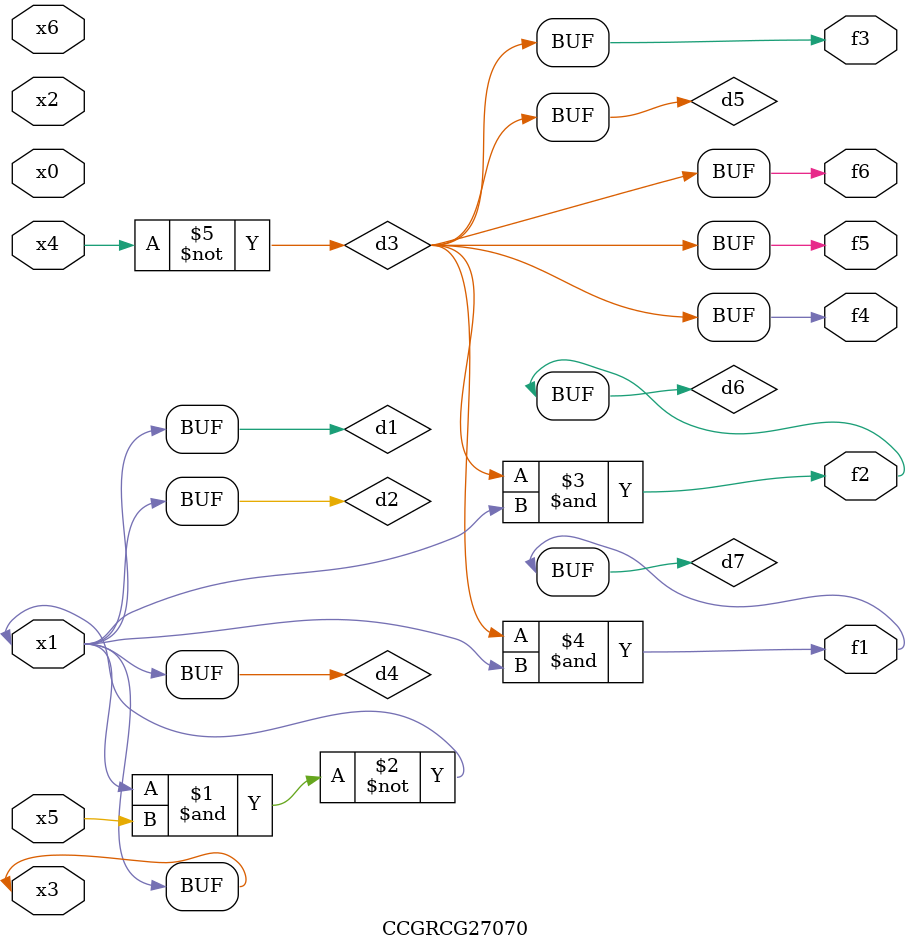
<source format=v>
module CCGRCG27070(
	input x0, x1, x2, x3, x4, x5, x6,
	output f1, f2, f3, f4, f5, f6
);

	wire d1, d2, d3, d4, d5, d6, d7;

	buf (d1, x1, x3);
	nand (d2, x1, x5);
	not (d3, x4);
	buf (d4, d1, d2);
	buf (d5, d3);
	and (d6, d3, d4);
	and (d7, d3, d4);
	assign f1 = d7;
	assign f2 = d6;
	assign f3 = d5;
	assign f4 = d5;
	assign f5 = d5;
	assign f6 = d5;
endmodule

</source>
